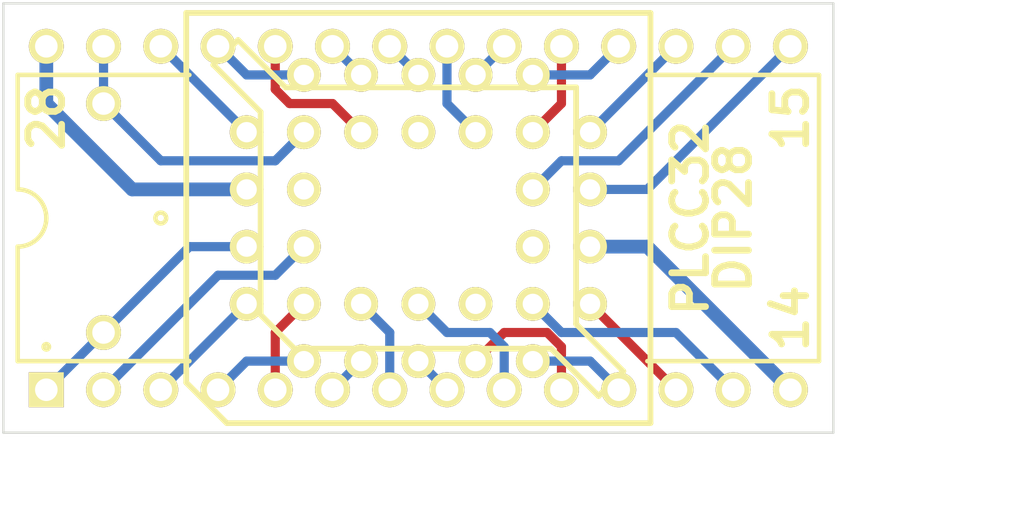
<source format=kicad_pcb>
(kicad_pcb (version 3) (host pcbnew "(2013-mar-13)-testing")

  (general
    (links 30)
    (no_connects 0)
    (area 130.124999 95.834999 179.45 126.5682)
    (thickness 1.6)
    (drawings 12)
    (tracks 60)
    (zones 0)
    (modules 4)
    (nets 33)
  )

  (page A4)
  (title_block
    (title "PLCC-32 to DIP-28 Adapter")
    (date "13 Jul 2013")
    (rev 1)
    (company "Released under the Creative Commons Attribution Share-Alike 3.0")
    (comment 1 "Schematic and PCB design by Dimitar Kovachev")
  )

  (layers
    (15 F.Cu signal)
    (0 B.Cu signal)
    (16 B.Adhes user)
    (17 F.Adhes user)
    (18 B.Paste user)
    (19 F.Paste user)
    (20 B.SilkS user)
    (21 F.SilkS user)
    (22 B.Mask user)
    (23 F.Mask user)
    (24 Dwgs.User user)
    (25 Cmts.User user)
    (26 Eco1.User user)
    (27 Eco2.User user)
    (28 Edge.Cuts user)
  )

  (setup
    (last_trace_width 0.4064)
    (trace_clearance 0.254)
    (zone_clearance 0.508)
    (zone_45_only no)
    (trace_min 0.254)
    (segment_width 0.2)
    (edge_width 0.1)
    (via_size 0.889)
    (via_drill 0.635)
    (via_min_size 0.889)
    (via_min_drill 0.508)
    (uvia_size 0.508)
    (uvia_drill 0.127)
    (uvias_allowed no)
    (uvia_min_size 0.508)
    (uvia_min_drill 0.127)
    (pcb_text_width 0.3)
    (pcb_text_size 1.5 1.5)
    (mod_edge_width 0.2)
    (mod_text_size 1.016 1.016)
    (mod_text_width 0.1524)
    (pad_size 1.55 1.55)
    (pad_drill 1)
    (pad_to_mask_clearance 0.1016)
    (aux_axis_origin 130.175 114.935)
    (visible_elements FFFFFF7F)
    (pcbplotparams
      (layerselection 283148289)
      (usegerberextensions true)
      (excludeedgelayer true)
      (linewidth 0.150000)
      (plotframeref false)
      (viasonmask false)
      (mode 1)
      (useauxorigin true)
      (hpglpennumber 1)
      (hpglpenspeed 20)
      (hpglpendiameter 15)
      (hpglpenoverlay 2)
      (psnegative false)
      (psa4output false)
      (plotreference true)
      (plotvalue true)
      (plotothertext true)
      (plotinvisibletext false)
      (padsonsilk false)
      (subtractmaskfromsilk true)
      (outputformat 1)
      (mirror false)
      (drillshape 0)
      (scaleselection 1)
      (outputdirectory gerbers/))
  )

  (net 0 "")
  (net 1 /A0)
  (net 2 /A1)
  (net 3 /A10)
  (net 4 /A11)
  (net 5 /A12)
  (net 6 /A13)
  (net 7 /A14)
  (net 8 /A15)
  (net 9 /A2)
  (net 10 /A3)
  (net 11 /A4)
  (net 12 /A5)
  (net 13 /A6)
  (net 14 /A7)
  (net 15 /A8)
  (net 16 /A9)
  (net 17 /CE)
  (net 18 /D0)
  (net 19 /D1)
  (net 20 /D2)
  (net 21 /D3)
  (net 22 /D4)
  (net 23 /D5)
  (net 24 /D6)
  (net 25 /D7)
  (net 26 /OE)
  (net 27 GND)
  (net 28 N-000001)
  (net 29 N-000002)
  (net 30 N-000003)
  (net 31 N-000004)
  (net 32 VCC)

  (net_class Default "This is the default net class."
    (clearance 0.254)
    (trace_width 0.4064)
    (via_dia 0.889)
    (via_drill 0.635)
    (uvia_dia 0.508)
    (uvia_drill 0.127)
    (add_net "")
    (add_net /A0)
    (add_net /A1)
    (add_net /A10)
    (add_net /A11)
    (add_net /A12)
    (add_net /A13)
    (add_net /A14)
    (add_net /A15)
    (add_net /A2)
    (add_net /A3)
    (add_net /A4)
    (add_net /A5)
    (add_net /A6)
    (add_net /A7)
    (add_net /A8)
    (add_net /A9)
    (add_net /CE)
    (add_net /D0)
    (add_net /D1)
    (add_net /D2)
    (add_net /D3)
    (add_net /D4)
    (add_net /D5)
    (add_net /D6)
    (add_net /D7)
    (add_net /OE)
    (add_net N-000001)
    (add_net N-000002)
    (add_net N-000003)
    (add_net N-000004)
  )

  (net_class Power ""
    (clearance 0.254)
    (trace_width 0.6096)
    (via_dia 0.889)
    (via_drill 0.635)
    (uvia_dia 0.508)
    (uvia_drill 0.127)
    (add_net GND)
    (add_net VCC)
  )

  (module 1pin (layer F.Cu) (tedit 51E19988) (tstamp 51E1B4CA)
    (at 134.62 110.49)
    (descr "module 1 pin (ou trou mecanique de percage)")
    (tags DEV)
    (path 1pin)
    (fp_text reference 1PIN (at 0 -3.048) (layer F.SilkS) hide
      (effects (font (size 1.016 1.016) (thickness 0.1524)))
    )
    (fp_text value P*** (at 0 2.794) (layer F.SilkS) hide
      (effects (font (size 1.016 1.016) (thickness 0.1524)))
    )
    (pad 1 thru_hole circle (at 0 0) (size 1.55 1.55) (drill 1)
      (layers *.Cu *.Mask F.SilkS)
      (net 8 /A15)
    )
  )

  (module 1pin (layer F.Cu) (tedit 51E1998E) (tstamp 51E1B491)
    (at 134.62 100.33)
    (descr "module 1 pin (ou trou mecanique de percage)")
    (tags DEV)
    (path 1pin)
    (fp_text reference 1PIN (at 9.525 22.86) (layer F.SilkS) hide
      (effects (font (size 1.016 1.016) (thickness 0.1524)))
    )
    (fp_text value P*** (at 0 2.794) (layer F.SilkS) hide
      (effects (font (size 1.016 1.016) (thickness 0.1524)))
    )
    (pad 1 thru_hole circle (at 0 0) (size 1.55 1.55) (drill 1)
      (layers *.Cu *.Mask F.SilkS)
      (net 7 /A14)
    )
  )

  (module DIP-28__600 (layer F.Cu) (tedit 51E19996) (tstamp 51D985CE)
    (at 148.59 105.41)
    (descr "Module Dil 28 pins, pads ronds, e=600 mils")
    (tags DIL)
    (path /51D98766)
    (fp_text reference U1 (at 0 20.32) (layer F.SilkS) hide
      (effects (font (size 1.016 1.016) (thickness 0.1524)))
    )
    (fp_text value 27512 (at 7.62 17.78) (layer F.SilkS) hide
      (effects (font (size 1.016 1.016) (thickness 0.1524)))
    )
    (fp_arc (start -17.78 0) (end -16.51 0) (angle 90) (layer F.SilkS) (width 0.2))
    (fp_arc (start -17.78 0) (end -17.78 -1.27) (angle 90) (layer F.SilkS) (width 0.2))
    (fp_line (start -17.78 6.35) (end -17.78 1.27) (layer F.SilkS) (width 0.2))
    (fp_line (start -10.16 -6.35) (end -17.78 -6.35) (layer F.SilkS) (width 0.2))
    (fp_line (start -17.78 -6.35) (end -17.78 -1.27) (layer F.SilkS) (width 0.2))
    (fp_line (start 10.16 -6.35) (end 17.78 -6.35) (layer F.SilkS) (width 0.2))
    (fp_line (start 17.78 -6.35) (end 17.78 6.35) (layer F.SilkS) (width 0.2))
    (fp_line (start 10.16 6.35) (end 17.78 6.35) (layer F.SilkS) (width 0.2))
    (fp_circle (center -16.51 5.715) (end -16.51 5.835) (layer F.SilkS) (width 0.2))
    (fp_line (start -17.78 6.35) (end -10.16 6.35) (layer F.SilkS) (width 0.2))
    (pad 1 thru_hole rect (at -16.51 7.62) (size 1.55 1.55) (drill 1)
      (layers *.Cu *.Mask F.SilkS)
      (net 8 /A15)
    )
    (pad 2 thru_hole circle (at -13.97 7.62) (size 1.55 1.55) (drill 1)
      (layers *.Cu *.Mask F.SilkS)
      (net 5 /A12)
    )
    (pad 3 thru_hole circle (at -11.43 7.62) (size 1.55 1.55) (drill 1)
      (layers *.Cu *.Mask F.SilkS)
      (net 14 /A7)
    )
    (pad 4 thru_hole circle (at -8.89 7.62) (size 1.55 1.55) (drill 1)
      (layers *.Cu *.Mask F.SilkS)
      (net 13 /A6)
    )
    (pad 5 thru_hole circle (at -6.35 7.62) (size 1.55 1.55) (drill 1)
      (layers *.Cu *.Mask F.SilkS)
      (net 12 /A5)
    )
    (pad 6 thru_hole circle (at -3.81 7.62) (size 1.55 1.55) (drill 1)
      (layers *.Cu *.Mask F.SilkS)
      (net 11 /A4)
    )
    (pad 7 thru_hole circle (at -1.27 7.62) (size 1.55 1.55) (drill 1)
      (layers *.Cu *.Mask F.SilkS)
      (net 10 /A3)
    )
    (pad 8 thru_hole circle (at 1.27 7.62) (size 1.55 1.55) (drill 1)
      (layers *.Cu *.Mask F.SilkS)
      (net 9 /A2)
    )
    (pad 9 thru_hole circle (at 3.81 7.62) (size 1.55 1.55) (drill 1)
      (layers *.Cu *.Mask F.SilkS)
      (net 2 /A1)
    )
    (pad 10 thru_hole circle (at 6.35 7.62) (size 1.55 1.55) (drill 1)
      (layers *.Cu *.Mask F.SilkS)
      (net 1 /A0)
    )
    (pad 11 thru_hole circle (at 8.89 7.62) (size 1.55 1.55) (drill 1)
      (layers *.Cu *.Mask F.SilkS)
      (net 18 /D0)
    )
    (pad 12 thru_hole circle (at 11.43 7.62) (size 1.55 1.55) (drill 1)
      (layers *.Cu *.Mask F.SilkS)
      (net 19 /D1)
    )
    (pad 13 thru_hole circle (at 13.97 7.62) (size 1.55 1.55) (drill 1)
      (layers *.Cu *.Mask F.SilkS)
      (net 20 /D2)
    )
    (pad 14 thru_hole circle (at 16.51 7.62) (size 1.55 1.55) (drill 1)
      (layers *.Cu *.Mask F.SilkS)
      (net 27 GND)
    )
    (pad 15 thru_hole circle (at 16.51 -7.62) (size 1.55 1.55) (drill 1)
      (layers *.Cu *.Mask F.SilkS)
      (net 21 /D3)
    )
    (pad 16 thru_hole circle (at 13.97 -7.62) (size 1.55 1.55) (drill 1)
      (layers *.Cu *.Mask F.SilkS)
      (net 22 /D4)
    )
    (pad 17 thru_hole circle (at 11.43 -7.62) (size 1.55 1.55) (drill 1)
      (layers *.Cu *.Mask F.SilkS)
      (net 23 /D5)
    )
    (pad 18 thru_hole circle (at 8.89 -7.62) (size 1.55 1.55) (drill 1)
      (layers *.Cu *.Mask F.SilkS)
      (net 24 /D6)
    )
    (pad 19 thru_hole circle (at 6.35 -7.62) (size 1.55 1.55) (drill 1)
      (layers *.Cu *.Mask F.SilkS)
      (net 25 /D7)
    )
    (pad 20 thru_hole circle (at 3.81 -7.62) (size 1.55 1.55) (drill 1)
      (layers *.Cu *.Mask F.SilkS)
      (net 17 /CE)
    )
    (pad 21 thru_hole circle (at 1.27 -7.62) (size 1.55 1.55) (drill 1)
      (layers *.Cu *.Mask F.SilkS)
      (net 3 /A10)
    )
    (pad 22 thru_hole circle (at -1.27 -7.62) (size 1.55 1.55) (drill 1)
      (layers *.Cu *.Mask F.SilkS)
      (net 26 /OE)
    )
    (pad 23 thru_hole circle (at -3.81 -7.62) (size 1.55 1.55) (drill 1)
      (layers *.Cu *.Mask F.SilkS)
      (net 4 /A11)
    )
    (pad 24 thru_hole circle (at -6.35 -7.62) (size 1.55 1.55) (drill 1)
      (layers *.Cu *.Mask F.SilkS)
      (net 16 /A9)
    )
    (pad 25 thru_hole circle (at -8.89 -7.62) (size 1.55 1.55) (drill 1)
      (layers *.Cu *.Mask F.SilkS)
      (net 15 /A8)
    )
    (pad 26 thru_hole circle (at -11.43 -7.62) (size 1.55 1.55) (drill 1)
      (layers *.Cu *.Mask F.SilkS)
      (net 6 /A13)
    )
    (pad 27 thru_hole circle (at -13.97 -7.62) (size 1.55 1.55) (drill 1)
      (layers *.Cu *.Mask F.SilkS)
      (net 7 /A14)
    )
    (pad 28 thru_hole circle (at -16.51 -7.62) (size 1.55 1.55) (drill 1)
      (layers *.Cu *.Mask F.SilkS)
      (net 32 VCC)
    )
    (model walter/pin_strip/pin_strip_14.wrl
      (at (xyz 0 0.3 -0.05))
      (scale (xyz 1 1 1))
      (rotate (xyz 0 180 0))
    )
    (model walter/pin_strip/pin_strip_14.wrl
      (at (xyz 0 -0.3 -0.05))
      (scale (xyz 1 1 1))
      (rotate (xyz 0 180 0))
    )
  )

  (module plcc32_pth-skt (layer F.Cu) (tedit 51E1999B) (tstamp 51E177BE)
    (at 148.59 105.41 270)
    (path /51D983C6)
    (fp_text reference U2 (at 17.78 0 360) (layer F.SilkS) hide
      (effects (font (size 1.016 1.016) (thickness 0.1524)))
    )
    (fp_text value 27C512PLCC (at 20.32 -10.16 360) (layer F.SilkS) hide
      (effects (font (size 1.016 1.016) (thickness 0.1524)))
    )
    (fp_line (start -5.79882 -7.00024) (end -5.79882 5.90042) (layer F.SilkS) (width 0.254))
    (fp_line (start 5.79882 5.4991) (end 5.79882 -5.90042) (layer F.SilkS) (width 0.254))
    (fp_line (start -9.10082 10.2997) (end -9.10082 -10.2997) (layer F.SilkS) (width 0.254))
    (fp_line (start 9.10082 -10.2997) (end 9.10082 8.49884) (layer F.SilkS) (width 0.254))
    (fp_line (start -5.79882 -7.00024) (end 4.699 -7.00024) (layer F.SilkS) (width 0.254))
    (fp_line (start 4.30022 7.00024) (end -4.699 7.00024) (layer F.SilkS) (width 0.254))
    (fp_line (start 4.30022 6.9977) (end 5.79882 5.4991) (layer F.SilkS) (width 0.254))
    (fp_line (start 9.10082 -10.2997) (end -9.10082 -10.2997) (layer F.SilkS) (width 0.254))
    (fp_line (start -9.10082 10.2997) (end 7.29996 10.2997) (layer F.SilkS) (width 0.254))
    (fp_line (start 7.29996 10.30224) (end 9.10082 8.50138) (layer F.SilkS) (width 0.254))
    (fp_line (start 4.70154 -6.9977) (end 6.79958 -9.09574) (layer F.SilkS) (width 0.254))
    (fp_line (start 6.79958 -9.09574) (end 7.8994 -7.99592) (layer F.SilkS) (width 0.254))
    (fp_line (start 7.8994 -8.001) (end 5.80136 -5.90296) (layer F.SilkS) (width 0.254))
    (fp_line (start -5.80136 5.90042) (end -7.8994 7.99846) (layer F.SilkS) (width 0.254))
    (fp_line (start -7.8994 8.001) (end -6.79958 9.10082) (layer F.SilkS) (width 0.254))
    (fp_line (start -6.79958 9.09574) (end -4.70154 6.9977) (layer F.SilkS) (width 0.254))
    (pad 2 thru_hole circle (at 1.27 7.62 270) (size 1.5 1.5) (drill 0.9)
      (layers *.Cu *.Mask F.SilkS)
      (net 8 /A15)
    )
    (pad 1 thru_hole circle (at -1.27 5.08 270) (size 1.5 1.5) (drill 0.9)
      (layers *.Cu *.Mask F.SilkS)
      (net 28 N-000001)
    )
    (pad 3 thru_hole circle (at 1.27 5.08 270) (size 1.5 1.5) (drill 0.9)
      (layers *.Cu *.Mask F.SilkS)
      (net 5 /A12)
    )
    (pad 4 thru_hole circle (at 3.81 7.62 270) (size 1.5 1.5) (drill 0.9)
      (layers *.Cu *.Mask F.SilkS)
      (net 14 /A7)
    )
    (pad 5 thru_hole circle (at 6.35 5.08 270) (size 1.5 1.5) (drill 0.9)
      (layers *.Cu *.Mask F.SilkS)
      (net 13 /A6)
    )
    (pad 6 thru_hole circle (at 3.81 5.08 270) (size 1.5 1.5) (drill 0.9)
      (layers *.Cu *.Mask F.SilkS)
      (net 12 /A5)
    )
    (pad 7 thru_hole circle (at 6.35 2.54 270) (size 1.5 1.5) (drill 0.9)
      (layers *.Cu *.Mask F.SilkS)
      (net 11 /A4)
    )
    (pad 8 thru_hole circle (at 3.81 2.54 270) (size 1.5 1.5) (drill 0.9)
      (layers *.Cu *.Mask F.SilkS)
      (net 10 /A3)
    )
    (pad 9 thru_hole circle (at 6.35 0 270) (size 1.5 1.5) (drill 0.9)
      (layers *.Cu *.Mask F.SilkS)
      (net 9 /A2)
    )
    (pad 10 thru_hole circle (at 3.81 0 270) (size 1.5 1.5) (drill 0.9)
      (layers *.Cu *.Mask F.SilkS)
      (net 2 /A1)
    )
    (pad 11 thru_hole circle (at 6.35 -2.54 270) (size 1.5 1.5) (drill 0.9)
      (layers *.Cu *.Mask F.SilkS)
      (net 1 /A0)
    )
    (pad 12 thru_hole circle (at 3.81 -2.54 270) (size 1.5 1.5) (drill 0.9)
      (layers *.Cu *.Mask F.SilkS)
      (net 30 N-000003)
    )
    (pad 13 thru_hole circle (at 6.35 -5.08 270) (size 1.5 1.5) (drill 0.9)
      (layers *.Cu *.Mask F.SilkS)
      (net 18 /D0)
    )
    (pad 14 thru_hole circle (at 3.81 -7.62 270) (size 1.5 1.5) (drill 0.9)
      (layers *.Cu *.Mask F.SilkS)
      (net 19 /D1)
    )
    (pad 15 thru_hole circle (at 3.81 -5.08 270) (size 1.5 1.5) (drill 0.9)
      (layers *.Cu *.Mask F.SilkS)
      (net 20 /D2)
    )
    (pad 16 thru_hole circle (at 1.27 -7.62 270) (size 1.5 1.5) (drill 0.9)
      (layers *.Cu *.Mask F.SilkS)
      (net 27 GND)
    )
    (pad 17 thru_hole circle (at 1.27 -5.08 270) (size 1.5 1.5) (drill 0.9)
      (layers *.Cu *.Mask F.SilkS)
      (net 29 N-000002)
    )
    (pad 18 thru_hole circle (at -1.27 -7.62 270) (size 1.5 1.5) (drill 0.9)
      (layers *.Cu *.Mask F.SilkS)
      (net 21 /D3)
    )
    (pad 19 thru_hole circle (at -1.27 -5.08 270) (size 1.5 1.5) (drill 0.9)
      (layers *.Cu *.Mask F.SilkS)
      (net 22 /D4)
    )
    (pad 20 thru_hole circle (at -3.81 -7.62 270) (size 1.5 1.5) (drill 0.9)
      (layers *.Cu *.Mask F.SilkS)
      (net 23 /D5)
    )
    (pad 21 thru_hole circle (at -6.35 -5.08 270) (size 1.5 1.5) (drill 0.9)
      (layers *.Cu *.Mask F.SilkS)
      (net 24 /D6)
    )
    (pad 22 thru_hole circle (at -3.81 -5.08 270) (size 1.5 1.5) (drill 0.9)
      (layers *.Cu *.Mask F.SilkS)
      (net 25 /D7)
    )
    (pad 23 thru_hole circle (at -6.35 -2.54 270) (size 1.5 1.5) (drill 0.9)
      (layers *.Cu *.Mask F.SilkS)
      (net 17 /CE)
    )
    (pad 24 thru_hole circle (at -3.81 -2.54 270) (size 1.5 1.5) (drill 0.9)
      (layers *.Cu *.Mask F.SilkS)
      (net 3 /A10)
    )
    (pad 25 thru_hole circle (at -6.35 0 270) (size 1.5 1.5) (drill 0.9)
      (layers *.Cu *.Mask F.SilkS)
      (net 26 /OE)
    )
    (pad 26 thru_hole circle (at -3.81 0 270) (size 1.5 1.5) (drill 0.9)
      (layers *.Cu *.Mask F.SilkS)
      (net 31 N-000004)
    )
    (pad 27 thru_hole circle (at -6.35 2.54 270) (size 1.5 1.5) (drill 0.9)
      (layers *.Cu *.Mask F.SilkS)
      (net 4 /A11)
    )
    (pad 32 thru_hole circle (at -1.27 7.62 270) (size 1.5 1.5) (drill 0.9)
      (layers *.Cu *.Mask F.SilkS)
      (net 32 VCC)
    )
    (pad 28 thru_hole circle (at -3.81 2.54 270) (size 1.5 1.5) (drill 0.9)
      (layers *.Cu *.Mask F.SilkS)
      (net 16 /A9)
    )
    (pad 29 thru_hole circle (at -6.35 5.08 270) (size 1.5 1.5) (drill 0.9)
      (layers *.Cu *.Mask F.SilkS)
      (net 15 /A8)
    )
    (pad 30 thru_hole circle (at -3.81 7.62 270) (size 1.5 1.5) (drill 0.9)
      (layers *.Cu *.Mask F.SilkS)
      (net 6 /A13)
    )
    (pad 31 thru_hole circle (at -3.81 5.08 270) (size 1.5 1.5) (drill 0.9)
      (layers *.Cu *.Mask F.SilkS)
      (net 7 /A14)
    )
    (model walter/pth_plcc/plcc32_pth-skt.wrl
      (at (xyz 0 0 0))
      (scale (xyz 1 1 1))
      (rotate (xyz 0 0 0))
    )
  )

  (gr_text DIP28 (at 162.56 105.41 90) (layer F.SilkS)
    (effects (font (size 1.5 1.5) (thickness 0.3)))
  )
  (gr_text PLCC32 (at 160.655 105.41 90) (layer F.SilkS)
    (effects (font (size 1.5 1.5) (thickness 0.3)))
  )
  (gr_circle (center 137.16 105.41) (end 137.4 105.41) (layer F.SilkS) (width 0.2))
  (gr_text 28 (at 132.08 100.965 90) (layer F.SilkS)
    (effects (font (size 1.5 1.5) (thickness 0.3)))
  )
  (gr_text 15 (at 165.1 100.965 90) (layer F.SilkS)
    (effects (font (size 1.5 1.5) (thickness 0.3)))
  )
  (gr_text 14 (at 165.1 109.855 90) (layer F.SilkS)
    (effects (font (size 1.5 1.5) (thickness 0.3)))
  )
  (dimension 19.05 (width 0.3) (layer Dwgs.User)
    (gr_text "19.050 mm" (at 172.8 105.41 270) (layer Dwgs.User)
      (effects (font (size 1.5 1.5) (thickness 0.3)))
    )
    (feature1 (pts (xy 167.005 114.935) (xy 174.15 114.935)))
    (feature2 (pts (xy 167.005 95.885) (xy 174.15 95.885)))
    (crossbar (pts (xy 171.45 95.885) (xy 171.45 114.935)))
    (arrow1a (pts (xy 171.45 114.935) (xy 170.863579 113.808496)))
    (arrow1b (pts (xy 171.45 114.935) (xy 172.036421 113.808496)))
    (arrow2a (pts (xy 171.45 95.885) (xy 170.863579 97.011504)))
    (arrow2b (pts (xy 171.45 95.885) (xy 172.036421 97.011504)))
  )
  (dimension 36.83 (width 0.3) (layer Dwgs.User)
    (gr_text "36.830 mm" (at 148.59 118.825) (layer Dwgs.User)
      (effects (font (size 1.5 1.5) (thickness 0.3)))
    )
    (feature1 (pts (xy 167.005 114.935) (xy 167.005 120.175)))
    (feature2 (pts (xy 130.175 114.935) (xy 130.175 120.175)))
    (crossbar (pts (xy 130.175 117.475) (xy 167.005 117.475)))
    (arrow1a (pts (xy 167.005 117.475) (xy 165.878496 118.061421)))
    (arrow1b (pts (xy 167.005 117.475) (xy 165.878496 116.888579)))
    (arrow2a (pts (xy 130.175 117.475) (xy 131.301504 118.061421)))
    (arrow2b (pts (xy 130.175 117.475) (xy 131.301504 116.888579)))
  )
  (gr_line (start 130.175 95.885) (end 130.175 114.935) (angle 90) (layer Edge.Cuts) (width 0.1))
  (gr_line (start 167.005 95.885) (end 130.175 95.885) (angle 90) (layer Edge.Cuts) (width 0.1))
  (gr_line (start 167.005 114.935) (end 167.005 95.885) (angle 90) (layer Edge.Cuts) (width 0.1))
  (gr_line (start 130.175 114.935) (end 167.005 114.935) (angle 90) (layer Edge.Cuts) (width 0.1))

  (segment (start 154.94 111.125) (end 154.94 113.03) (width 0.4064) (layer F.Cu) (net 1) (tstamp 51D98AF8))
  (segment (start 154.305 110.49) (end 154.94 111.125) (width 0.4064) (layer F.Cu) (net 1) (tstamp 51D98AF7))
  (segment (start 152.4 110.49) (end 154.305 110.49) (width 0.4064) (layer F.Cu) (net 1) (tstamp 51D98AF6))
  (segment (start 151.13 111.76) (end 152.4 110.49) (width 0.4064) (layer F.Cu) (net 1))
  (segment (start 152.4 111.125) (end 152.4 113.03) (width 0.4064) (layer B.Cu) (net 2) (tstamp 51D98AF3))
  (segment (start 151.765 110.49) (end 152.4 111.125) (width 0.4064) (layer B.Cu) (net 2) (tstamp 51D98AF2))
  (segment (start 149.86 110.49) (end 151.765 110.49) (width 0.4064) (layer B.Cu) (net 2) (tstamp 51D98AF1))
  (segment (start 148.59 109.22) (end 149.86 110.49) (width 0.4064) (layer B.Cu) (net 2))
  (segment (start 149.86 97.79) (end 149.86 100.33) (width 0.4064) (layer B.Cu) (net 3))
  (segment (start 149.86 100.33) (end 151.13 101.6) (width 0.4064) (layer B.Cu) (net 3) (tstamp 51D98CA6))
  (segment (start 144.78 97.79) (end 146.05 99.06) (width 0.4064) (layer B.Cu) (net 4))
  (segment (start 134.62 113.03) (end 139.7 107.95) (width 0.4064) (layer B.Cu) (net 5))
  (segment (start 139.7 107.95) (end 142.24 107.95) (width 0.4064) (layer B.Cu) (net 5) (tstamp 51D98AEA))
  (segment (start 142.24 107.95) (end 143.51 106.68) (width 0.4064) (layer B.Cu) (net 5) (tstamp 51D98AEB))
  (segment (start 140.97 101.6) (end 137.16 97.79) (width 0.4064) (layer B.Cu) (net 6))
  (segment (start 134.62 97.79) (end 134.62 100.33) (width 0.4064) (layer B.Cu) (net 7))
  (segment (start 142.24 102.87) (end 143.51 101.6) (width 0.4064) (layer B.Cu) (net 7) (tstamp 51E19724))
  (segment (start 137.16 102.87) (end 142.24 102.87) (width 0.4064) (layer B.Cu) (net 7) (tstamp 51E19722))
  (segment (start 134.62 100.33) (end 137.16 102.87) (width 0.4064) (layer B.Cu) (net 7) (tstamp 51E19720))
  (segment (start 140.97 106.68) (end 138.43 106.68) (width 0.4064) (layer B.Cu) (net 8))
  (segment (start 138.43 106.68) (end 134.62 110.49) (width 0.4064) (layer B.Cu) (net 8) (tstamp 51E19712))
  (segment (start 134.62 110.49) (end 132.08 113.03) (width 0.4064) (layer B.Cu) (net 8) (tstamp 51E1B4F3))
  (segment (start 148.59 111.76) (end 149.86 113.03) (width 0.4064) (layer B.Cu) (net 9))
  (segment (start 146.05 109.22) (end 147.32 110.49) (width 0.4064) (layer B.Cu) (net 10))
  (segment (start 147.32 110.49) (end 147.32 113.03) (width 0.4064) (layer B.Cu) (net 10) (tstamp 51D98ACE))
  (segment (start 144.78 113.03) (end 146.05 111.76) (width 0.4064) (layer B.Cu) (net 11))
  (segment (start 142.24 110.49) (end 142.24 113.03) (width 0.4064) (layer F.Cu) (net 12) (tstamp 51D98ACA))
  (segment (start 143.51 109.22) (end 142.24 110.49) (width 0.4064) (layer F.Cu) (net 12))
  (segment (start 140.97 111.76) (end 139.7 113.03) (width 0.4064) (layer B.Cu) (net 13) (tstamp 51D98AC6))
  (segment (start 143.51 111.76) (end 140.97 111.76) (width 0.4064) (layer B.Cu) (net 13))
  (segment (start 140.97 109.22) (end 137.16 113.03) (width 0.4064) (layer B.Cu) (net 14))
  (segment (start 140.97 99.06) (end 139.7 97.79) (width 0.4064) (layer B.Cu) (net 15) (tstamp 51D98CB0))
  (segment (start 143.51 99.06) (end 140.97 99.06) (width 0.4064) (layer B.Cu) (net 15))
  (segment (start 142.24 99.695) (end 142.24 97.79) (width 0.4064) (layer F.Cu) (net 16) (tstamp 51D98CB6))
  (segment (start 142.875 100.33) (end 142.24 99.695) (width 0.4064) (layer F.Cu) (net 16) (tstamp 51D98CB5))
  (segment (start 144.78 100.33) (end 142.875 100.33) (width 0.4064) (layer F.Cu) (net 16) (tstamp 51D98CB4))
  (segment (start 146.05 101.6) (end 144.78 100.33) (width 0.4064) (layer F.Cu) (net 16))
  (segment (start 151.13 99.06) (end 152.4 97.79) (width 0.4064) (layer B.Cu) (net 17))
  (segment (start 153.67 111.76) (end 156.21 111.76) (width 0.4064) (layer B.Cu) (net 18))
  (segment (start 156.21 111.76) (end 157.48 113.03) (width 0.4064) (layer B.Cu) (net 18) (tstamp 51D98ADF))
  (segment (start 156.21 109.22) (end 160.02 113.03) (width 0.4064) (layer F.Cu) (net 19))
  (segment (start 154.94 110.49) (end 153.67 109.22) (width 0.4064) (layer B.Cu) (net 20) (tstamp 51D98ADB))
  (segment (start 160.02 110.49) (end 154.94 110.49) (width 0.4064) (layer B.Cu) (net 20) (tstamp 51D98AD8))
  (segment (start 162.56 113.03) (end 160.02 110.49) (width 0.4064) (layer B.Cu) (net 20))
  (segment (start 156.21 104.14) (end 158.75 104.14) (width 0.4064) (layer B.Cu) (net 21))
  (segment (start 158.75 104.14) (end 165.1 97.79) (width 0.4064) (layer B.Cu) (net 21) (tstamp 51D98C8F))
  (segment (start 153.67 104.14) (end 154.94 102.87) (width 0.4064) (layer B.Cu) (net 22))
  (segment (start 154.94 102.87) (end 157.48 102.87) (width 0.4064) (layer B.Cu) (net 22) (tstamp 51D98C93))
  (segment (start 157.48 102.87) (end 162.56 97.79) (width 0.4064) (layer B.Cu) (net 22) (tstamp 51D98C94))
  (segment (start 156.21 101.6) (end 160.02 97.79) (width 0.4064) (layer B.Cu) (net 23))
  (segment (start 153.67 99.06) (end 156.21 99.06) (width 0.4064) (layer B.Cu) (net 24))
  (segment (start 156.21 99.06) (end 157.48 97.79) (width 0.4064) (layer B.Cu) (net 24) (tstamp 51D98C9A))
  (segment (start 154.94 100.33) (end 153.67 101.6) (width 0.4064) (layer F.Cu) (net 25) (tstamp 51D98C9E))
  (segment (start 154.94 97.79) (end 154.94 100.33) (width 0.4064) (layer F.Cu) (net 25))
  (segment (start 148.59 99.06) (end 147.32 97.79) (width 0.4064) (layer B.Cu) (net 26))
  (segment (start 158.75 106.68) (end 165.1 113.03) (width 0.6096) (layer B.Cu) (net 27) (tstamp 51D98AD4))
  (segment (start 156.21 106.68) (end 158.75 106.68) (width 0.6096) (layer B.Cu) (net 27))
  (segment (start 140.97 104.14) (end 135.89 104.14) (width 0.6096) (layer B.Cu) (net 32))
  (segment (start 132.08 100.33) (end 132.08 97.79) (width 0.6096) (layer B.Cu) (net 32) (tstamp 51E1972A))
  (segment (start 135.89 104.14) (end 132.08 100.33) (width 0.6096) (layer B.Cu) (net 32) (tstamp 51E19728))

)

</source>
